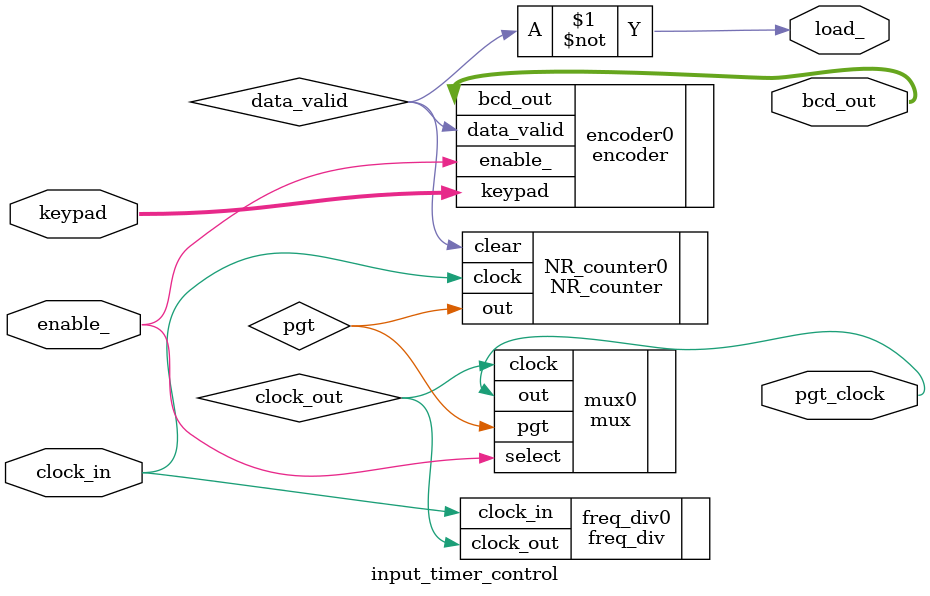
<source format=v>
`include "lvl_3/encoder.v"
`include "lvl_3/freq_div.v"
`include "lvl_3/MUX.v"
`include "lvl_3/NR_counter.v"

module input_timer_control (input wire enable_, clock_in,
                            input wire [9:0] keypad,
                            output wire pgt_clock, load_,
                            output wire [3:0] bcd_out);
    
    wire data_valid, clock_out, pgt;

    encoder encoder0 (.enable_(enable_), .keypad(keypad), .data_valid(data_valid), .bcd_out(bcd_out));
    freq_div freq_div0 (.clock_in(clock_in), .clock_out(clock_out));
    NR_counter NR_counter0(.clock(clock_in), .clear(data_valid), .out(pgt));
    mux mux0 (.pgt(pgt), .clock(clock_out), .select(enable_), .out(pgt_clock));

    assign load_ = ~data_valid;
endmodule
</source>
